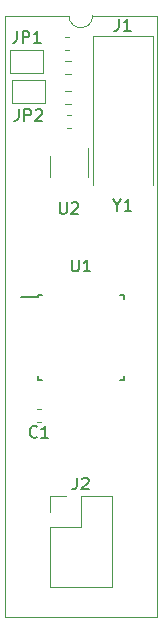
<source format=gbr>
%TF.GenerationSoftware,KiCad,Pcbnew,6.0.2-378541a8eb~116~ubuntu21.10.1*%
%TF.CreationDate,2022-02-13T12:51:08+01:00*%
%TF.ProjectId,QL_IC24,514c5f49-4332-4342-9e6b-696361645f70,00*%
%TF.SameCoordinates,Original*%
%TF.FileFunction,Legend,Top*%
%TF.FilePolarity,Positive*%
%FSLAX46Y46*%
G04 Gerber Fmt 4.6, Leading zero omitted, Abs format (unit mm)*
G04 Created by KiCad (PCBNEW 6.0.2-378541a8eb~116~ubuntu21.10.1) date 2022-02-13 12:51:08*
%MOMM*%
%LPD*%
G01*
G04 APERTURE LIST*
%ADD10C,0.150000*%
%ADD11C,0.120000*%
G04 APERTURE END LIST*
D10*
%TO.C,JP2*%
X116656666Y-75144380D02*
X116656666Y-75858666D01*
X116609047Y-76001523D01*
X116513809Y-76096761D01*
X116370952Y-76144380D01*
X116275714Y-76144380D01*
X117132857Y-76144380D02*
X117132857Y-75144380D01*
X117513809Y-75144380D01*
X117609047Y-75192000D01*
X117656666Y-75239619D01*
X117704285Y-75334857D01*
X117704285Y-75477714D01*
X117656666Y-75572952D01*
X117609047Y-75620571D01*
X117513809Y-75668190D01*
X117132857Y-75668190D01*
X118085238Y-75239619D02*
X118132857Y-75192000D01*
X118228095Y-75144380D01*
X118466190Y-75144380D01*
X118561428Y-75192000D01*
X118609047Y-75239619D01*
X118656666Y-75334857D01*
X118656666Y-75430095D01*
X118609047Y-75572952D01*
X118037619Y-76144380D01*
X118656666Y-76144380D01*
%TO.C,JP1*%
X116514666Y-68540380D02*
X116514666Y-69254666D01*
X116467047Y-69397523D01*
X116371809Y-69492761D01*
X116228952Y-69540380D01*
X116133714Y-69540380D01*
X116990857Y-69540380D02*
X116990857Y-68540380D01*
X117371809Y-68540380D01*
X117467047Y-68588000D01*
X117514666Y-68635619D01*
X117562285Y-68730857D01*
X117562285Y-68873714D01*
X117514666Y-68968952D01*
X117467047Y-69016571D01*
X117371809Y-69064190D01*
X116990857Y-69064190D01*
X118514666Y-69540380D02*
X117943238Y-69540380D01*
X118228952Y-69540380D02*
X118228952Y-68540380D01*
X118133714Y-68683238D01*
X118038476Y-68778476D01*
X117943238Y-68826095D01*
%TO.C,J2*%
X121586666Y-106342380D02*
X121586666Y-107056666D01*
X121539047Y-107199523D01*
X121443809Y-107294761D01*
X121300952Y-107342380D01*
X121205714Y-107342380D01*
X122015238Y-106437619D02*
X122062857Y-106390000D01*
X122158095Y-106342380D01*
X122396190Y-106342380D01*
X122491428Y-106390000D01*
X122539047Y-106437619D01*
X122586666Y-106532857D01*
X122586666Y-106628095D01*
X122539047Y-106770952D01*
X121967619Y-107342380D01*
X122586666Y-107342380D01*
%TO.C,Y1*%
X124999809Y-83288190D02*
X124999809Y-83764380D01*
X124666476Y-82764380D02*
X124999809Y-83288190D01*
X125333142Y-82764380D01*
X126190285Y-83764380D02*
X125618857Y-83764380D01*
X125904571Y-83764380D02*
X125904571Y-82764380D01*
X125809333Y-82907238D01*
X125714095Y-83002476D01*
X125618857Y-83050095D01*
%TO.C,U2*%
X120142095Y-83018380D02*
X120142095Y-83827904D01*
X120189714Y-83923142D01*
X120237333Y-83970761D01*
X120332571Y-84018380D01*
X120523047Y-84018380D01*
X120618285Y-83970761D01*
X120665904Y-83923142D01*
X120713523Y-83827904D01*
X120713523Y-83018380D01*
X121142095Y-83113619D02*
X121189714Y-83066000D01*
X121284952Y-83018380D01*
X121523047Y-83018380D01*
X121618285Y-83066000D01*
X121665904Y-83113619D01*
X121713523Y-83208857D01*
X121713523Y-83304095D01*
X121665904Y-83446952D01*
X121094476Y-84018380D01*
X121713523Y-84018380D01*
%TO.C,J1*%
X125142666Y-67524380D02*
X125142666Y-68238666D01*
X125095047Y-68381523D01*
X124999809Y-68476761D01*
X124856952Y-68524380D01*
X124761714Y-68524380D01*
X126142666Y-68524380D02*
X125571238Y-68524380D01*
X125856952Y-68524380D02*
X125856952Y-67524380D01*
X125761714Y-67667238D01*
X125666476Y-67762476D01*
X125571238Y-67810095D01*
%TO.C,C1*%
X118197333Y-102879142D02*
X118149714Y-102926761D01*
X118006857Y-102974380D01*
X117911619Y-102974380D01*
X117768761Y-102926761D01*
X117673523Y-102831523D01*
X117625904Y-102736285D01*
X117578285Y-102545809D01*
X117578285Y-102402952D01*
X117625904Y-102212476D01*
X117673523Y-102117238D01*
X117768761Y-102022000D01*
X117911619Y-101974380D01*
X118006857Y-101974380D01*
X118149714Y-102022000D01*
X118197333Y-102069619D01*
X119149714Y-102974380D02*
X118578285Y-102974380D01*
X118864000Y-102974380D02*
X118864000Y-101974380D01*
X118768761Y-102117238D01*
X118673523Y-102212476D01*
X118578285Y-102260095D01*
%TO.C,U1*%
X121163095Y-87890380D02*
X121163095Y-88699904D01*
X121210714Y-88795142D01*
X121258333Y-88842761D01*
X121353571Y-88890380D01*
X121544047Y-88890380D01*
X121639285Y-88842761D01*
X121686904Y-88795142D01*
X121734523Y-88699904D01*
X121734523Y-87890380D01*
X122734523Y-88890380D02*
X122163095Y-88890380D01*
X122448809Y-88890380D02*
X122448809Y-87890380D01*
X122353571Y-88033238D01*
X122258333Y-88128476D01*
X122163095Y-88176095D01*
D11*
%TO.C,JP2*%
X116090000Y-72660000D02*
X118890000Y-72660000D01*
X118890000Y-72660000D02*
X118890000Y-74660000D01*
X118890000Y-74660000D02*
X116090000Y-74660000D01*
X116090000Y-74660000D02*
X116090000Y-72660000D01*
%TO.C,JP1*%
X115948000Y-70120000D02*
X118748000Y-70120000D01*
X118748000Y-70120000D02*
X118748000Y-72120000D01*
X118748000Y-72120000D02*
X115948000Y-72120000D01*
X115948000Y-72120000D02*
X115948000Y-70120000D01*
%TO.C,J2*%
X121920000Y-110490000D02*
X121920000Y-107890000D01*
X119320000Y-115630000D02*
X124520000Y-115630000D01*
X124520000Y-107890000D02*
X124520000Y-115630000D01*
X119320000Y-107890000D02*
X120650000Y-107890000D01*
X119320000Y-110490000D02*
X119320000Y-115630000D01*
X119320000Y-110490000D02*
X121920000Y-110490000D01*
X119320000Y-109220000D02*
X119320000Y-107890000D01*
X121920000Y-107890000D02*
X124520000Y-107890000D01*
%TO.C,Y1*%
X122926000Y-68992000D02*
X122926000Y-81592000D01*
X128026000Y-68992000D02*
X122926000Y-68992000D01*
X128026000Y-81592000D02*
X128026000Y-68992000D01*
%TO.C,U2*%
X122514000Y-80910000D02*
X122514000Y-78460000D01*
X119294000Y-79110000D02*
X119294000Y-80910000D01*
%TO.C,J1*%
X115460000Y-67250000D02*
X115460000Y-118170000D01*
X120920000Y-67250000D02*
X115460000Y-67250000D01*
X128380000Y-118170000D02*
X128380000Y-67250000D01*
X115460000Y-118170000D02*
X128380000Y-118170000D01*
X128380000Y-67250000D02*
X122920000Y-67250000D01*
X120920000Y-67250000D02*
G75*
G03*
X122920000Y-67250000I1000000J0D01*
G01*
%TO.C,R1*%
X121055224Y-74690500D02*
X120545776Y-74690500D01*
X121055224Y-73645500D02*
X120545776Y-73645500D01*
%TO.C,C1*%
X118510267Y-100582000D02*
X118217733Y-100582000D01*
X118510267Y-101602000D02*
X118217733Y-101602000D01*
%TO.C,C3*%
X121050267Y-76710000D02*
X120757733Y-76710000D01*
X121050267Y-75690000D02*
X120757733Y-75690000D01*
D10*
%TO.C,U1*%
X125550000Y-90863000D02*
X125550000Y-91188000D01*
X118300000Y-98113000D02*
X118300000Y-97788000D01*
X118300000Y-90863000D02*
X118300000Y-91088000D01*
X125550000Y-98113000D02*
X125225000Y-98113000D01*
X118300000Y-91088000D02*
X116875000Y-91088000D01*
X125550000Y-98113000D02*
X125550000Y-97788000D01*
X125550000Y-90863000D02*
X125225000Y-90863000D01*
X118300000Y-90863000D02*
X118625000Y-90863000D01*
X118300000Y-98113000D02*
X118625000Y-98113000D01*
D11*
%TO.C,R2*%
X121055224Y-72150500D02*
X120545776Y-72150500D01*
X121055224Y-71105500D02*
X120545776Y-71105500D01*
%TO.C,C2*%
X120604233Y-69086000D02*
X120896767Y-69086000D01*
X120604233Y-70106000D02*
X120896767Y-70106000D01*
%TD*%
M02*

</source>
